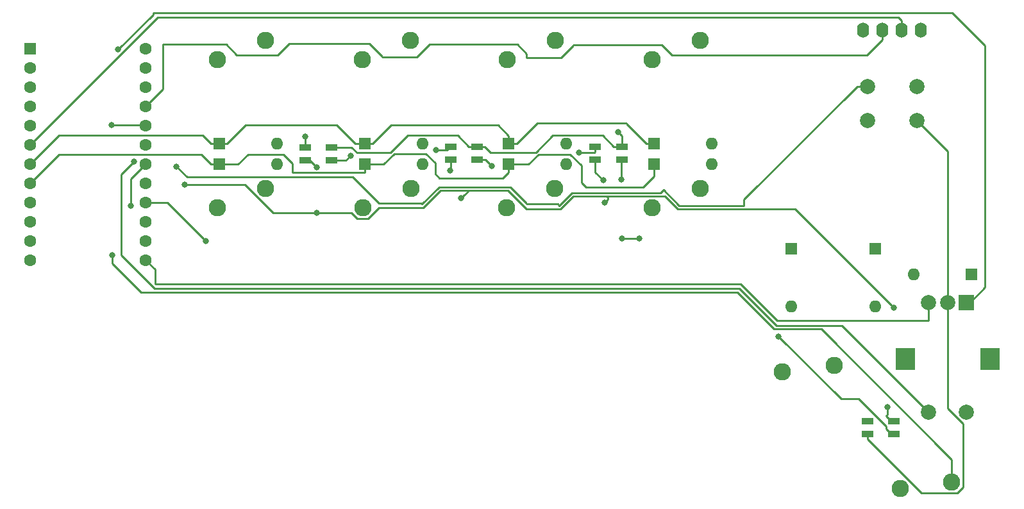
<source format=gbr>
G04 #@! TF.GenerationSoftware,KiCad,Pcbnew,(5.1.4)-1*
G04 #@! TF.CreationDate,2021-07-29T18:33:23-04:00*
G04 #@! TF.ProjectId,chayzer,63686179-7a65-4722-9e6b-696361645f70,rev?*
G04 #@! TF.SameCoordinates,Original*
G04 #@! TF.FileFunction,Copper,L1,Top*
G04 #@! TF.FilePolarity,Positive*
%FSLAX46Y46*%
G04 Gerber Fmt 4.6, Leading zero omitted, Abs format (unit mm)*
G04 Created by KiCad (PCBNEW (5.1.4)-1) date 2021-07-29 18:33:23*
%MOMM*%
%LPD*%
G04 APERTURE LIST*
%ADD10C,2.286000*%
%ADD11R,1.600000X0.850000*%
%ADD12C,1.600000*%
%ADD13R,1.600000X1.600000*%
%ADD14C,2.000000*%
%ADD15R,2.000000X2.000000*%
%ADD16R,2.500000X3.000000*%
%ADD17O,1.600000X2.000000*%
%ADD18O,1.600000X1.600000*%
%ADD19C,0.800000*%
%ADD20C,0.250000*%
G04 APERTURE END LIST*
D10*
X168565000Y-74460000D03*
X174915000Y-71920000D03*
D11*
X196968750Y-122156250D03*
X196968750Y-123906250D03*
X200468750Y-122156250D03*
X200468750Y-123906250D03*
X161031250Y-85906250D03*
X161031250Y-87656250D03*
X164531250Y-85906250D03*
X164531250Y-87656250D03*
X145406250Y-87656250D03*
X145406250Y-85906250D03*
X141906250Y-87656250D03*
X141906250Y-85906250D03*
X126187500Y-87750000D03*
X126187500Y-86000000D03*
X122687500Y-87750000D03*
X122687500Y-86000000D03*
D12*
X101687500Y-72967500D03*
X101687500Y-75507500D03*
X101687500Y-78047500D03*
X101687500Y-80587500D03*
X101687500Y-83127500D03*
X101687500Y-85667500D03*
X101687500Y-88207500D03*
X101687500Y-90747500D03*
X101687500Y-93287500D03*
X101687500Y-95827500D03*
X101687500Y-98367500D03*
X101687500Y-100907500D03*
X86447500Y-100907500D03*
X86447500Y-98367500D03*
X86447500Y-95827500D03*
X86447500Y-93287500D03*
X86447500Y-90747500D03*
X86447500Y-88207500D03*
X86447500Y-85667500D03*
X86447500Y-83127500D03*
X86447500Y-80587500D03*
X86447500Y-78047500D03*
X86447500Y-75507500D03*
D13*
X86447500Y-72967500D03*
D10*
X201320973Y-131029198D03*
X208112002Y-130219247D03*
D14*
X203500000Y-82437500D03*
X203500000Y-77937500D03*
X197000000Y-82437500D03*
X197000000Y-77937500D03*
D15*
X210056250Y-106500000D03*
D14*
X207556250Y-106500000D03*
X205056250Y-106500000D03*
D16*
X213156250Y-114000000D03*
X201956250Y-114000000D03*
D14*
X210056250Y-121000000D03*
X205056250Y-121000000D03*
D17*
X198951250Y-70525000D03*
X196411250Y-70525000D03*
X201491250Y-70525000D03*
X204031250Y-70525000D03*
D10*
X149346250Y-93960000D03*
X155696250Y-91420000D03*
X130252500Y-74460000D03*
X136602500Y-71920000D03*
X185758473Y-115654198D03*
X192549502Y-114844247D03*
X111096250Y-74460000D03*
X117446250Y-71920000D03*
X149408750Y-74460000D03*
X155758750Y-71920000D03*
X111096250Y-93960000D03*
X117446250Y-91420000D03*
X130315000Y-93960000D03*
X136665000Y-91420000D03*
X168565000Y-93960000D03*
X174915000Y-91420000D03*
D18*
X157213750Y-88250000D03*
D13*
X149593750Y-88250000D03*
D18*
X138182500Y-85531250D03*
D13*
X130562500Y-85531250D03*
D18*
X186906250Y-107026250D03*
D13*
X186906250Y-99406250D03*
D18*
X118963750Y-85531250D03*
D13*
X111343750Y-85531250D03*
D18*
X157213750Y-85531250D03*
D13*
X149593750Y-85531250D03*
D18*
X118963750Y-88250000D03*
D13*
X111343750Y-88250000D03*
D18*
X138250000Y-88250000D03*
D13*
X130630000Y-88250000D03*
D18*
X176406250Y-88250000D03*
D13*
X168786250Y-88250000D03*
D18*
X203098750Y-102781250D03*
D13*
X210718750Y-102781250D03*
D18*
X197968750Y-107026250D03*
D13*
X197968750Y-99406250D03*
D18*
X176406250Y-85531250D03*
D13*
X168786250Y-85531250D03*
D19*
X97281250Y-100250000D03*
X99718750Y-93687500D03*
X97187500Y-83093750D03*
X164062500Y-84000000D03*
X128718750Y-87093750D03*
X139968750Y-86343750D03*
X106781250Y-90937500D03*
X200437500Y-107156250D03*
X199593750Y-120281250D03*
X124218750Y-88618750D03*
X124289641Y-94664641D03*
X141843750Y-89062500D03*
X143343750Y-92718750D03*
X162093750Y-90375000D03*
X162281250Y-93281250D03*
X122718750Y-84562500D03*
X109593750Y-98343750D03*
X147375000Y-88500000D03*
X158906250Y-86718750D03*
X185250000Y-111000000D03*
X166875000Y-98062500D03*
X164531250Y-98062500D03*
X164437500Y-90281250D03*
X98029222Y-73060472D03*
X100093750Y-87875000D03*
X105718750Y-88531250D03*
D20*
X90248750Y-84406250D02*
X86447500Y-88207500D01*
X109168750Y-84406250D02*
X90248750Y-84406250D01*
X111343750Y-85531250D02*
X110293750Y-85531250D01*
X110293750Y-85531250D02*
X109168750Y-84406250D01*
X90257500Y-86937500D02*
X86447500Y-90747500D01*
X108981250Y-86937500D02*
X90257500Y-86937500D01*
X111343750Y-88250000D02*
X110293750Y-88250000D01*
X110293750Y-88250000D02*
X108981250Y-86937500D01*
X99718750Y-90176250D02*
X101687500Y-88207500D01*
X99718750Y-93687500D02*
X99718750Y-90176250D01*
X101653750Y-83093750D02*
X101687500Y-83127500D01*
X97187500Y-83093750D02*
X101653750Y-83093750D01*
X103937500Y-78337500D02*
X101687500Y-80587500D01*
X103937500Y-72406250D02*
X103937500Y-78337500D01*
X112281250Y-72406250D02*
X103937500Y-72406250D01*
X113687500Y-73812500D02*
X112281250Y-72406250D01*
X119125000Y-73812500D02*
X113687500Y-73812500D01*
X120625000Y-72312500D02*
X119125000Y-73812500D01*
X158125000Y-72500000D02*
X158125000Y-72593750D01*
X156531250Y-74187500D02*
X151937500Y-74187500D01*
X169843750Y-72500000D02*
X158125000Y-72500000D01*
X171156250Y-73812500D02*
X169843750Y-72500000D01*
X198951250Y-70525000D02*
X198951250Y-71775000D01*
X196913750Y-73812500D02*
X171156250Y-73812500D01*
X139187500Y-72406250D02*
X137500000Y-74093750D01*
X198951250Y-71775000D02*
X196913750Y-73812500D01*
X158125000Y-72593750D02*
X156531250Y-74187500D01*
X151937500Y-73625000D02*
X150718750Y-72406250D01*
X151937500Y-74187500D02*
X151937500Y-73625000D01*
X150718750Y-72406250D02*
X139187500Y-72406250D01*
X132906250Y-74000000D02*
X131218750Y-72312500D01*
X137500000Y-74093750D02*
X132906250Y-74093750D01*
X132906250Y-74093750D02*
X132906250Y-74000000D01*
X131218750Y-72312500D02*
X120625000Y-72312500D01*
X203500000Y-82437500D02*
X207556250Y-86493750D01*
X207556250Y-106500000D02*
X207556250Y-86493750D01*
X142856249Y-84406249D02*
X144356250Y-85906250D01*
X136301091Y-84406249D02*
X142856249Y-84406249D01*
X133988590Y-86718750D02*
X136301091Y-84406249D01*
X128846248Y-86000000D02*
X129564998Y-86718750D01*
X144356250Y-85906250D02*
X145406250Y-85906250D01*
X129564998Y-86718750D02*
X133988590Y-86718750D01*
X126187500Y-86000000D02*
X128846248Y-86000000D01*
X163481250Y-85906250D02*
X164531250Y-85906250D01*
X161981249Y-84406249D02*
X163481250Y-85906250D01*
X155426091Y-84406249D02*
X161981249Y-84406249D01*
X153176089Y-86656251D02*
X155426091Y-84406249D01*
X147206251Y-86656251D02*
X153176089Y-86656251D01*
X146456250Y-85906250D02*
X147206251Y-86656251D01*
X145406250Y-85906250D02*
X146456250Y-85906250D01*
X207556250Y-107914213D02*
X207556250Y-106500000D01*
X207556250Y-120461002D02*
X207556250Y-107914213D01*
X209580003Y-122484755D02*
X207556250Y-120461002D01*
X208816643Y-131687248D02*
X209580003Y-130923888D01*
X204074748Y-131687248D02*
X208816643Y-131687248D01*
X196968750Y-124581250D02*
X204074748Y-131687248D01*
X209580003Y-130923888D02*
X209580003Y-122484755D01*
X196968750Y-123906250D02*
X196968750Y-124581250D01*
X164531250Y-85906250D02*
X164531250Y-84468750D01*
X164531250Y-84468750D02*
X164062500Y-84000000D01*
X129312500Y-85531250D02*
X130562500Y-85531250D01*
X126875000Y-83093750D02*
X129312500Y-85531250D01*
X114831250Y-83093750D02*
X126875000Y-83093750D01*
X111343750Y-85531250D02*
X112393750Y-85531250D01*
X112393750Y-85531250D02*
X114831250Y-83093750D01*
X149593750Y-84481250D02*
X149593750Y-85531250D01*
X148206250Y-83093750D02*
X149593750Y-84481250D01*
X134050000Y-83093750D02*
X148206250Y-83093750D01*
X131612500Y-85531250D02*
X134050000Y-83093750D01*
X130562500Y-85531250D02*
X131612500Y-85531250D01*
X167736250Y-85531250D02*
X168786250Y-85531250D01*
X165125000Y-82920000D02*
X167736250Y-85531250D01*
X165125000Y-82812500D02*
X165125000Y-82920000D01*
X153362500Y-82812500D02*
X165125000Y-82812500D01*
X150643750Y-85531250D02*
X153362500Y-82812500D01*
X149593750Y-85531250D02*
X150643750Y-85531250D01*
X130630000Y-89300000D02*
X130630000Y-88250000D01*
X130586250Y-89343750D02*
X130630000Y-89300000D01*
X111343750Y-88250000D02*
X113875000Y-88250000D01*
X115187500Y-86937500D02*
X119843750Y-86937500D01*
X119843750Y-86937500D02*
X121031250Y-88125000D01*
X113875000Y-88250000D02*
X115187500Y-86937500D01*
X121031250Y-88125000D02*
X121031250Y-89343750D01*
X121031250Y-89343750D02*
X130586250Y-89343750D01*
X149593750Y-89300000D02*
X149593750Y-88250000D01*
X148800000Y-90093750D02*
X149593750Y-89300000D01*
X140437500Y-90093750D02*
X148800000Y-90093750D01*
X133093750Y-88250000D02*
X134500000Y-86843750D01*
X134500000Y-86843750D02*
X138687500Y-86843750D01*
X138687500Y-86843750D02*
X139875000Y-88031250D01*
X130630000Y-88250000D02*
X133093750Y-88250000D01*
X139875000Y-88031250D02*
X139875000Y-89531250D01*
X139875000Y-89531250D02*
X140437500Y-90093750D01*
X168786250Y-89870000D02*
X168786250Y-88250000D01*
X159843750Y-91312500D02*
X167343750Y-91312500D01*
X152218750Y-88250000D02*
X153531250Y-86937500D01*
X167343750Y-91312500D02*
X168786250Y-89870000D01*
X149593750Y-88250000D02*
X152218750Y-88250000D01*
X153531250Y-86937500D02*
X157718750Y-86937500D01*
X157718750Y-86937500D02*
X159187500Y-88406250D01*
X159187500Y-88406250D02*
X159187500Y-90656250D01*
X159187500Y-90656250D02*
X159843750Y-91312500D01*
X208112002Y-127268252D02*
X208112002Y-130219247D01*
X97281250Y-101375000D02*
X101031250Y-105125000D01*
X97281250Y-100250000D02*
X97281250Y-101375000D01*
X101031250Y-105125000D02*
X179781250Y-105125000D01*
X179781250Y-105125000D02*
X184656250Y-110000000D01*
X184656250Y-110000000D02*
X190843750Y-110000000D01*
X190843750Y-110000000D02*
X208112002Y-127268252D01*
X103271250Y-68843750D02*
X86447500Y-85667500D01*
X201060000Y-68843750D02*
X103271250Y-68843750D01*
X201491250Y-70525000D02*
X201491250Y-69275000D01*
X201491250Y-69275000D02*
X201060000Y-68843750D01*
X126187500Y-87750000D02*
X128062500Y-87750000D01*
X128062500Y-87750000D02*
X128718750Y-87093750D01*
X141468750Y-86343750D02*
X141906250Y-85906250D01*
X139968750Y-86343750D02*
X141468750Y-86343750D01*
X131019641Y-95428001D02*
X132497633Y-93950009D01*
X170219850Y-92450010D02*
X171907350Y-94137510D01*
X129610359Y-95428001D02*
X131019641Y-95428001D01*
X106781250Y-90937500D02*
X114791108Y-90937500D01*
X128846999Y-94664641D02*
X129610359Y-95428001D01*
X114791108Y-90937500D02*
X118518249Y-94664641D01*
X132497633Y-93950009D02*
X138342651Y-93950009D01*
X138342651Y-93950009D02*
X140592650Y-91700010D01*
X149501100Y-91700010D02*
X151938599Y-94137509D01*
X151938599Y-94137509D02*
X156436401Y-94137509D01*
X156436401Y-94137509D02*
X158123900Y-92450010D01*
X171907350Y-94137510D02*
X187418760Y-94137510D01*
X187418760Y-94137510D02*
X200437500Y-107156250D01*
X200093750Y-122156250D02*
X200468750Y-122156250D01*
X199418750Y-121481250D02*
X200093750Y-122156250D01*
X199418750Y-121456250D02*
X199418750Y-121481250D01*
X199593750Y-121281250D02*
X199418750Y-121456250D01*
X199593750Y-120281250D02*
X199593750Y-121281250D01*
X122687500Y-87750000D02*
X123350000Y-87750000D01*
X123350000Y-87750000D02*
X124218750Y-88618750D01*
X118518249Y-94664641D02*
X124289641Y-94664641D01*
X124289641Y-94664641D02*
X128846999Y-94664641D01*
X141906250Y-87656250D02*
X141906250Y-89000000D01*
X141906250Y-89000000D02*
X141843750Y-89062500D01*
X143743749Y-92318751D02*
X144362490Y-91700010D01*
X143343750Y-92718750D02*
X143743749Y-92318751D01*
X140592650Y-91700010D02*
X144362490Y-91700010D01*
X144362490Y-91700010D02*
X149501100Y-91700010D01*
X161031250Y-87656250D02*
X161031250Y-89312500D01*
X161031250Y-89312500D02*
X162093750Y-90375000D01*
X162681249Y-92649999D02*
X162481260Y-92450010D01*
X162681249Y-92881251D02*
X162681249Y-92649999D01*
X162281250Y-93281250D02*
X162681249Y-92881251D01*
X158123900Y-92450010D02*
X162481260Y-92450010D01*
X162481260Y-92450010D02*
X170219850Y-92450010D01*
X122687500Y-86000000D02*
X122687500Y-84593750D01*
X122687500Y-84593750D02*
X122718750Y-84562500D01*
X104537500Y-93287500D02*
X101687500Y-93287500D01*
X109593750Y-98343750D02*
X104537500Y-93287500D01*
X145406250Y-87656250D02*
X146531250Y-87656250D01*
X146531250Y-87656250D02*
X147375000Y-88500000D01*
X161031250Y-86581250D02*
X161031250Y-85906250D01*
X160893750Y-86718750D02*
X161031250Y-86581250D01*
X158906250Y-86718750D02*
X160893750Y-86718750D01*
X200468750Y-123906250D02*
X200093750Y-123906250D01*
X195795150Y-119232650D02*
X193482650Y-119232650D01*
X193482650Y-119232650D02*
X185250000Y-111000000D01*
X166875000Y-98062500D02*
X164531250Y-98062500D01*
X200093750Y-123906250D02*
X199418750Y-123231250D01*
X199418750Y-122856250D02*
X195795150Y-119232650D01*
X199418750Y-123231250D02*
X199418750Y-122856250D01*
X164437500Y-87750000D02*
X164531250Y-87656250D01*
X164437500Y-90281250D02*
X164437500Y-87750000D01*
X102625000Y-68464694D02*
X98029222Y-73060472D01*
X102625000Y-68281250D02*
X102625000Y-68464694D01*
X208187500Y-68281250D02*
X102625000Y-68281250D01*
X212500000Y-72593750D02*
X208187500Y-68281250D01*
X212500000Y-104500000D02*
X212500000Y-72593750D01*
X210500000Y-106500000D02*
X212500000Y-104500000D01*
X210056250Y-106500000D02*
X210500000Y-106500000D01*
X102906250Y-102126250D02*
X101687500Y-100907500D01*
X180250000Y-104093750D02*
X102906250Y-104093750D01*
X102906250Y-104093750D02*
X102906250Y-102126250D01*
X205056250Y-108875000D02*
X185031250Y-108875000D01*
X185031250Y-108875000D02*
X180250000Y-104093750D01*
X205056250Y-108875000D02*
X205056250Y-106500000D01*
X98406250Y-89562500D02*
X100093750Y-87875000D01*
X98406250Y-100230160D02*
X98406250Y-89562500D01*
X184937500Y-109531250D02*
X180062500Y-104656250D01*
X180062500Y-104656250D02*
X102832340Y-104656250D01*
X102832340Y-104656250D02*
X98406250Y-100230160D01*
X193587500Y-109531250D02*
X191000000Y-109531250D01*
X205056250Y-121000000D02*
X193587500Y-109531250D01*
X191212500Y-109531250D02*
X191000000Y-109531250D01*
X191000000Y-109531250D02*
X184937500Y-109531250D01*
X170031250Y-91625000D02*
X169656250Y-92000000D01*
X156250000Y-93687500D02*
X156062500Y-93500000D01*
X172093750Y-93687500D02*
X170031250Y-91625000D01*
X197000000Y-77937500D02*
X195585787Y-77937500D01*
X180625000Y-92898287D02*
X180625000Y-93687500D01*
X151937500Y-93500000D02*
X151937500Y-93406250D01*
X149781250Y-91250000D02*
X140406250Y-91250000D01*
X195585787Y-77937500D02*
X180625000Y-92898287D01*
X180625000Y-93687500D02*
X172093750Y-93687500D01*
X169656250Y-92000000D02*
X157937500Y-92000000D01*
X157937500Y-92000000D02*
X156250000Y-93687500D01*
X156062500Y-93500000D02*
X151937500Y-93500000D01*
X151937500Y-93406250D02*
X149781250Y-91250000D01*
X140406250Y-91250000D02*
X138156250Y-93500000D01*
X138156250Y-93500000D02*
X138062500Y-93406250D01*
X138062500Y-93406250D02*
X132437500Y-93406250D01*
X107139499Y-89951999D02*
X105718750Y-88531250D01*
X128983249Y-89951999D02*
X128110501Y-89951999D01*
X132437500Y-93406250D02*
X128983249Y-89951999D01*
X128204251Y-89951999D02*
X128110501Y-89951999D01*
X128110501Y-89951999D02*
X107139499Y-89951999D01*
M02*

</source>
